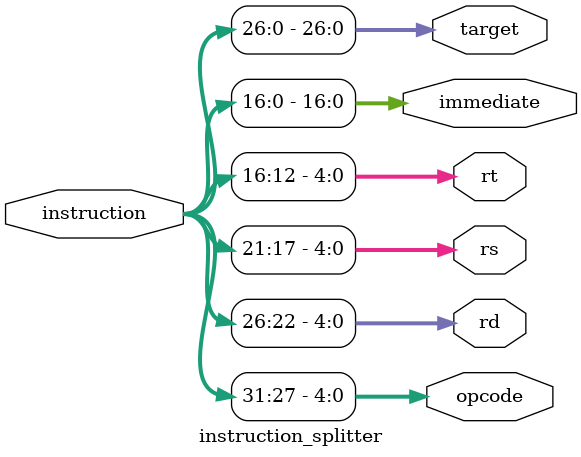
<source format=v>
module instruction_splitter(instruction, opcode, rd, rs, rt, immediate, target);

input [31:0] instruction;
output [4:0] opcode, rd, rs, rt;
output [16:0] immediate;
output [26:0] target;
assign opcode = instruction[31:27];
assign rd = instruction[26:22];
assign rs = instruction[21:17];
assign rt = instruction[16:12];
assign immediate = instruction[16:0];
assign target = instruction[26:0];

endmodule
</source>
